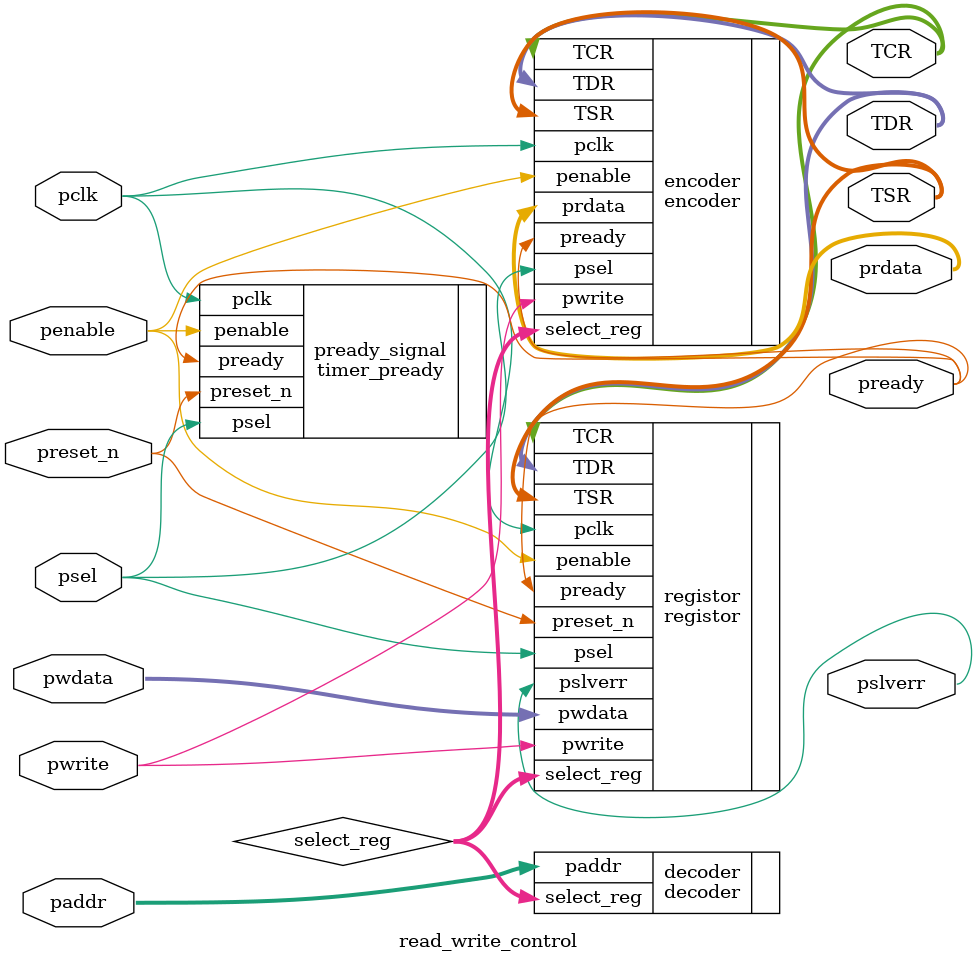
<source format=v>
module read_write_control(
	input pclk,
	input preset_n,
	input psel,
	input pwrite,
	input penable,
	input [7:0] paddr,
	input [7:0] pwdata,

	output [7:0] TDR,
	output [7:0] TCR,
	output [7:0] TSR,
	output [7:0] prdata,
	output pready,
	output pslverr);

//--------------------------------internal connector wire-------------------------------------------//
	wire [2:0] select_reg;

//--------------------------------SUB module--------------------------------------------------------//
	decoder decoder(
		.paddr(paddr),
		.select_reg(select_reg));

	registor registor(
		.pclk(pclk),
		.preset_n(preset_n),
		.psel(psel),
		.penable(penable),
		.pwrite(pwrite),
		.select_reg(select_reg),
		.pwdata(pwdata),
		.pready(pready),

		.TDR(TDR),
		.TSR(TSR),
		.TCR(TCR),
		.pslverr(pslverr));

	encoder encoder(
		.pclk(pclk),
		.psel(psel),
		.penable(penable),
		.pwrite(pwrite),
		.select_reg(select_reg),
		.pready(pready),
		.TDR(TDR),
		.TCR(TCR),
		.TSR(TSR),
		.prdata(prdata));

	timer_pready pready_signal(
		.psel(psel),
		.pclk(pclk),
		.preset_n(preset_n),
		.penable(penable),
		.pready(pready));




endmodule
</source>
